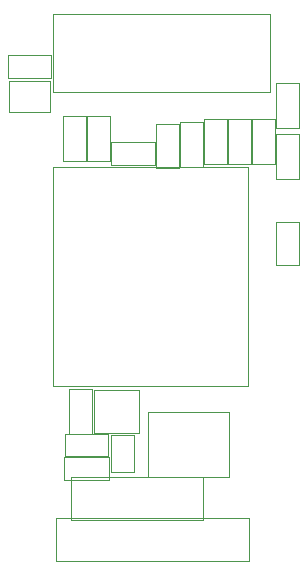
<source format=gbr>
%TF.GenerationSoftware,KiCad,Pcbnew,(5.1.10)-1*%
%TF.CreationDate,2022-01-07T18:41:25+01:00*%
%TF.ProjectId,M5StampC3,4d355374-616d-4704-9333-2e6b69636164,rev?*%
%TF.SameCoordinates,Original*%
%TF.FileFunction,Other,User*%
%FSLAX46Y46*%
G04 Gerber Fmt 4.6, Leading zero omitted, Abs format (unit mm)*
G04 Created by KiCad (PCBNEW (5.1.10)-1) date 2022-01-07 18:41:25*
%MOMM*%
%LPD*%
G01*
G04 APERTURE LIST*
%ADD10C,0.050000*%
G04 APERTURE END LIST*
D10*
%TO.C,D4*%
X122240000Y-77800000D02*
X124140000Y-77800000D01*
X124140000Y-77800000D02*
X124140000Y-74600000D01*
X122240000Y-74600000D02*
X124140000Y-74600000D01*
X122240000Y-77800000D02*
X122240000Y-74600000D01*
%TO.C,U3*%
X133850000Y-51964000D02*
X133850000Y-70464000D01*
X133850000Y-70464000D02*
X117350000Y-70464000D01*
X117350000Y-51964000D02*
X117350000Y-70464000D01*
X117350000Y-51964000D02*
X133850000Y-51964000D01*
%TO.C,R4*%
X136210000Y-60270000D02*
X136210000Y-56570000D01*
X138110000Y-60270000D02*
X136210000Y-60270000D01*
X138110000Y-56570000D02*
X138110000Y-60270000D01*
X136210000Y-56570000D02*
X138110000Y-56570000D01*
%TO.C,D5*%
X132228000Y-72688000D02*
X125328000Y-72688000D01*
X132228000Y-78188000D02*
X132228000Y-72688000D01*
X125328000Y-78188000D02*
X132228000Y-78188000D01*
X125328000Y-72688000D02*
X125328000Y-78188000D01*
%TO.C,J4*%
X118850000Y-81810000D02*
X130050000Y-81810000D01*
X130050000Y-81810000D02*
X130050000Y-78210000D01*
X130050000Y-78210000D02*
X118850000Y-78210000D01*
X118850000Y-78210000D02*
X118850000Y-81810000D01*
%TO.C,U1*%
X120782000Y-70844000D02*
X124582000Y-70844000D01*
X124582000Y-70844000D02*
X124582000Y-74444000D01*
X124582000Y-74444000D02*
X120782000Y-74444000D01*
X120782000Y-74444000D02*
X120782000Y-70844000D01*
%TO.C,R3*%
X118292000Y-76430000D02*
X118292000Y-74530000D01*
X118292000Y-74530000D02*
X121992000Y-74530000D01*
X121992000Y-74530000D02*
X121992000Y-76430000D01*
X121992000Y-76430000D02*
X118292000Y-76430000D01*
%TO.C,C14*%
X122022000Y-76470000D02*
X122022000Y-78430000D01*
X122022000Y-78430000D02*
X118262000Y-78430000D01*
X118262000Y-78430000D02*
X118262000Y-76470000D01*
X118262000Y-76470000D02*
X122022000Y-76470000D01*
%TO.C,C13*%
X118654000Y-70764000D02*
X120614000Y-70764000D01*
X120614000Y-70764000D02*
X120614000Y-74524000D01*
X120614000Y-74524000D02*
X118654000Y-74524000D01*
X118654000Y-74524000D02*
X118654000Y-70764000D01*
%TO.C,J3*%
X117580000Y-81700000D02*
X117580000Y-85300000D01*
X133880000Y-81700000D02*
X117580000Y-81700000D01*
X133880000Y-85300000D02*
X133880000Y-81700000D01*
X117580000Y-85300000D02*
X133880000Y-85300000D01*
%TO.C,U2*%
X135712000Y-45620000D02*
X135712000Y-38970000D01*
X135712000Y-38970000D02*
X117272000Y-38970000D01*
X117272000Y-38970000D02*
X117272000Y-45620000D01*
X117272000Y-45620000D02*
X135712000Y-45620000D01*
%TO.C,Q1*%
X113616000Y-44674000D02*
X117016000Y-44674000D01*
X113616000Y-47274000D02*
X113616000Y-44674000D01*
X117016000Y-47274000D02*
X113616000Y-47274000D01*
X117016000Y-44674000D02*
X117016000Y-47274000D01*
%TO.C,R1*%
X113466000Y-44384000D02*
X113466000Y-42484000D01*
X113466000Y-42484000D02*
X117166000Y-42484000D01*
X117166000Y-42484000D02*
X117166000Y-44384000D01*
X117166000Y-44384000D02*
X113466000Y-44384000D01*
%TO.C,C9*%
X122138000Y-51410000D02*
X120178000Y-51410000D01*
X120178000Y-51410000D02*
X120178000Y-47650000D01*
X120178000Y-47650000D02*
X122138000Y-47650000D01*
X122138000Y-47650000D02*
X122138000Y-51410000D01*
%TO.C,C6*%
X127980000Y-52060000D02*
X126020000Y-52060000D01*
X126020000Y-52060000D02*
X126020000Y-48300000D01*
X126020000Y-48300000D02*
X127980000Y-48300000D01*
X127980000Y-48300000D02*
X127980000Y-52060000D01*
%TO.C,C4*%
X132044000Y-51664000D02*
X130084000Y-51664000D01*
X130084000Y-51664000D02*
X130084000Y-47904000D01*
X130084000Y-47904000D02*
X132044000Y-47904000D01*
X132044000Y-47904000D02*
X132044000Y-51664000D01*
%TO.C,C2*%
X136108000Y-51664000D02*
X134148000Y-51664000D01*
X134148000Y-51664000D02*
X134148000Y-47904000D01*
X134148000Y-47904000D02*
X136108000Y-47904000D01*
X136108000Y-47904000D02*
X136108000Y-51664000D01*
%TO.C,C7*%
X120106000Y-51410000D02*
X118146000Y-51410000D01*
X118146000Y-51410000D02*
X118146000Y-47650000D01*
X118146000Y-47650000D02*
X120106000Y-47650000D01*
X120106000Y-47650000D02*
X120106000Y-51410000D01*
%TO.C,C8*%
X136180000Y-49174000D02*
X138140000Y-49174000D01*
X138140000Y-49174000D02*
X138140000Y-52934000D01*
X138140000Y-52934000D02*
X136180000Y-52934000D01*
X136180000Y-52934000D02*
X136180000Y-49174000D01*
%TO.C,C11*%
X122220000Y-51780000D02*
X122220000Y-49820000D01*
X122220000Y-49820000D02*
X125980000Y-49820000D01*
X125980000Y-49820000D02*
X125980000Y-51780000D01*
X125980000Y-51780000D02*
X122220000Y-51780000D01*
%TO.C,C5*%
X130012000Y-48158000D02*
X130012000Y-51918000D01*
X128052000Y-48158000D02*
X130012000Y-48158000D01*
X128052000Y-51918000D02*
X128052000Y-48158000D01*
X130012000Y-51918000D02*
X128052000Y-51918000D01*
%TO.C,C3*%
X134076000Y-51664000D02*
X132116000Y-51664000D01*
X132116000Y-51664000D02*
X132116000Y-47904000D01*
X132116000Y-47904000D02*
X134076000Y-47904000D01*
X134076000Y-47904000D02*
X134076000Y-51664000D01*
%TO.C,C1*%
X138140000Y-48616000D02*
X136180000Y-48616000D01*
X136180000Y-48616000D02*
X136180000Y-44856000D01*
X136180000Y-44856000D02*
X138140000Y-44856000D01*
X138140000Y-44856000D02*
X138140000Y-48616000D01*
%TD*%
M02*

</source>
